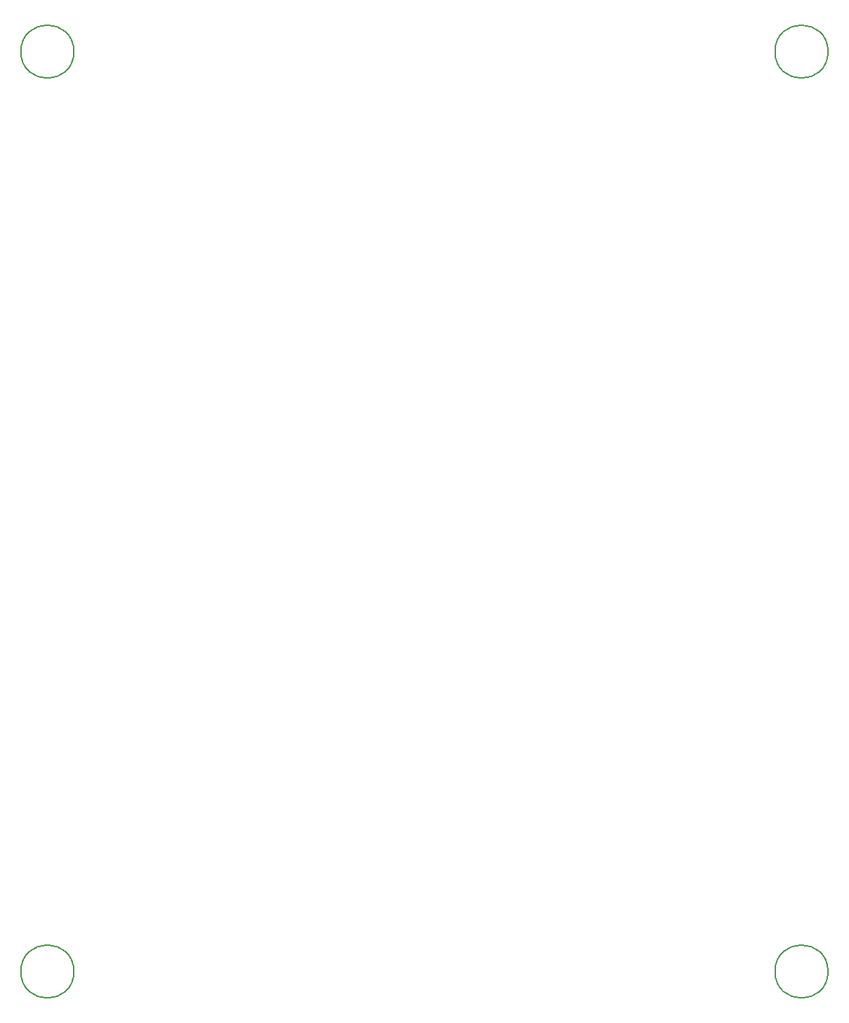
<source format=gbr>
%TF.GenerationSoftware,KiCad,Pcbnew,7.0.8*%
%TF.CreationDate,2023-10-31T22:16:14+02:00*%
%TF.ProjectId,Small_load_V1,536d616c-6c5f-46c6-9f61-645f56312e6b,rev?*%
%TF.SameCoordinates,Original*%
%TF.FileFunction,Other,Comment*%
%FSLAX46Y46*%
G04 Gerber Fmt 4.6, Leading zero omitted, Abs format (unit mm)*
G04 Created by KiCad (PCBNEW 7.0.8) date 2023-10-31 22:16:14*
%MOMM*%
%LPD*%
G01*
G04 APERTURE LIST*
%ADD10C,0.150000*%
G04 APERTURE END LIST*
D10*
%TO.C,H1*%
X58200000Y-55000000D02*
G75*
G03*
X58200000Y-55000000I-3200000J0D01*
G01*
%TO.C,H4*%
X58200000Y-166000000D02*
G75*
G03*
X58200000Y-166000000I-3200000J0D01*
G01*
%TO.C,H3*%
X149200000Y-166000000D02*
G75*
G03*
X149200000Y-166000000I-3200000J0D01*
G01*
%TO.C,H2*%
X149200000Y-55000000D02*
G75*
G03*
X149200000Y-55000000I-3200000J0D01*
G01*
%TD*%
M02*

</source>
